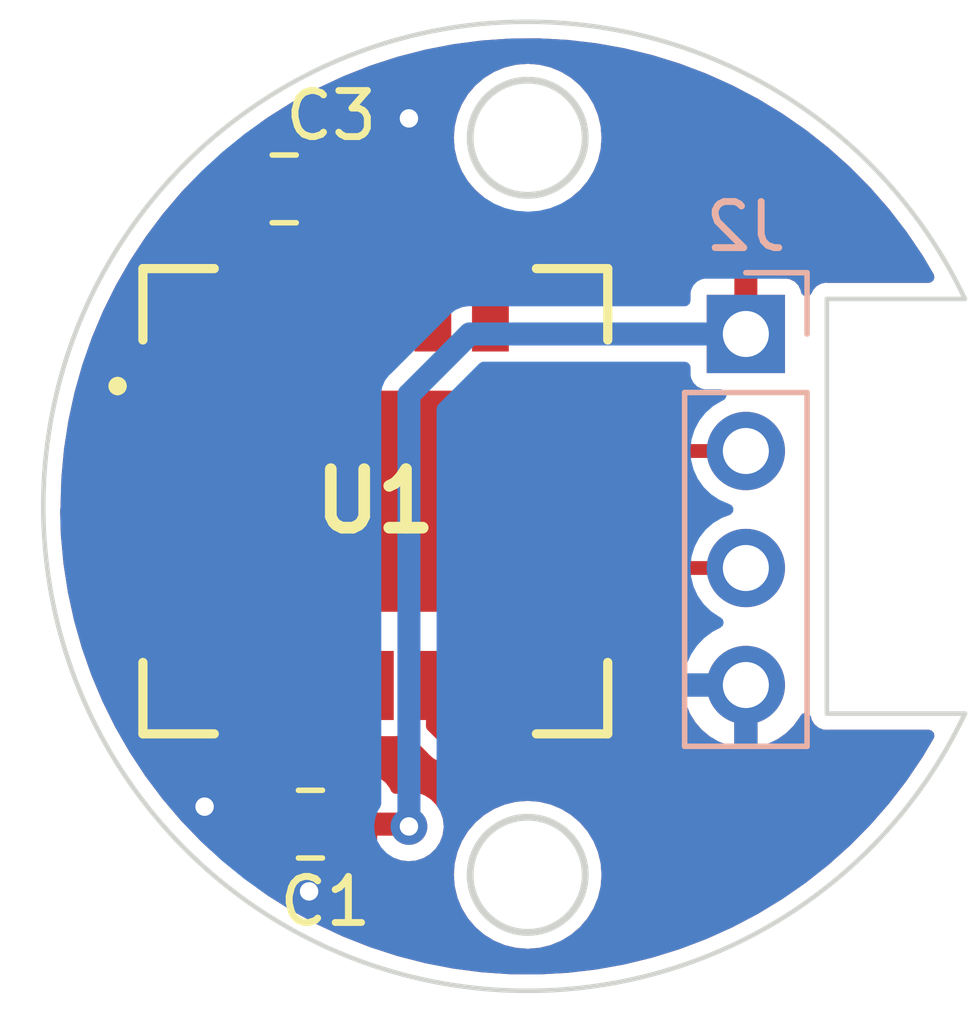
<source format=kicad_pcb>
(kicad_pcb (version 20211014) (generator pcbnew)
  (layers (0 "F.Cu" signal) (31 "B.Cu" signal) (34 "B.Paste" user) (35 "F.Paste" user) (36 "B.SilkS" user "B.Silkscreen") (37 "F.SilkS" user "F.Silkscreen") (38 "B.Mask" user) (39 "F.Mask" user) (44 "Edge.Cuts" user))
  (net 0 "")
  (net 1 "GND")
  (net 2 "+3V3")
  (net 3 "/SDA")
  (net 4 "/SCL")
  (footprint "hack-it-back:SCD40DR2" (layer "F.Cu") (at 137.23 85.83)
    (fp_text reference "U1" (at 0 0) (layer "F.SilkS") (effects (font (size 1.27 1.27) (thickness 0.254))))
    (fp_text value "SCD40-D-R2" hide)
    (fp_line (start -5.6 -2.6) (end -5.6 -2.6) (layer "F.SilkS") (width 0.2))
    (fp_line (start -5.05 -5.05) (end -5.05 -3.5) (layer "F.SilkS") (width 0.2))
    (fp_line (start 5.05 -5.05) (end 5.05 -3.5) (layer "F.SilkS") (width 0.2))
    (fp_line (start -5.05 5.05) (end -5.05 3.5) (layer "F.SilkS") (width 0.2))
    (fp_line (start 3.5 5.05) (end 5.05 5.05) (layer "F.SilkS") (width 0.2))
    (fp_line (start -5.6 -2.4) (end -5.6 -2.4) (layer "F.SilkS") (width 0.2))
    (fp_line (start -3.5 5.05) (end -5.05 5.05) (layer "F.SilkS") (width 0.2))
    (fp_line (start 5.05 5.05) (end 5.05 3.5) (layer "F.SilkS") (width 0.2))
    (fp_line (start -3.5 -5.05) (end -5.05 -5.05) (layer "F.SilkS") (width 0.2))
    (fp_line (start 3.5 -5.05) (end 5.05 -5.05) (layer "F.SilkS") (width 0.2))
    (fp_arc (start -5.6 -2.6) (mid -5.5 -2.5) (end -5.6 -2.4) (layer "F.SilkS") (width 0.2))
    (fp_arc (start -5.6 -2.4) (mid -5.7 -2.5) (end -5.6 -2.6) (layer "F.SilkS") (width 0.2))
    (pad "1" smd rect (at -4 -2.5 90) (size 0.8 1.5) (layers "F.Cu" "F.Paste" "F.Mask"))
    (pad "2" smd rect (at -4 -1.25 90) (size 0.8 1.5) (layers "F.Cu" "F.Paste" "F.Mask"))
    (pad "3" smd rect (at -4 0 90) (size 0.8 1.5) (layers "F.Cu" "F.Paste" "F.Mask"))
    (pad "4" smd rect (at -4 1.25 90) (size 0.8 1.5) (layers "F.Cu" "F.Paste" "F.Mask"))
    (pad "5" smd rect (at -4 2.5 90) (size 0.8 1.5) (layers "F.Cu" "F.Paste" "F.Mask"))
    (pad "6" smd rect (at -2.5 4) (size 0.8 1.5) (layers "F.Cu" "F.Paste" "F.Mask") (net 1 "GND"))
    (pad "7" smd rect (at -1.25 4) (size 0.8 1.5) (layers "F.Cu" "F.Paste" "F.Mask") (net 2 "+3V3"))
    (pad "8" smd rect (at 0 4) (size 0.8 1.5) (layers "F.Cu" "F.Paste" "F.Mask"))
    (pad "9" smd rect (at 1.25 4) (size 0.8 1.5) (layers "F.Cu" "F.Paste" "F.Mask") (net 4 "/SCL"))
    (pad "10" smd rect (at 2.5 4) (size 0.8 1.5) (layers "F.Cu" "F.Paste" "F.Mask") (net 3 "/SDA"))
    (pad "11" smd rect (at 4 2.5 90) (size 0.8 1.5) (layers "F.Cu" "F.Paste" "F.Mask"))
    (pad "12" smd rect (at 4 1.25 90) (size 0.8 1.5) (layers "F.Cu" "F.Paste" "F.Mask"))
    (pad "13" smd rect (at 4 0 90) (size 0.8 1.5) (layers "F.Cu" "F.Paste" "F.Mask"))
    (pad "14" smd rect (at 4 -1.25 90) (size 0.8 1.5) (layers "F.Cu" "F.Paste" "F.Mask"))
    (pad "15" smd rect (at 4 -2.5 90) (size 0.8 1.5) (layers "F.Cu" "F.Paste" "F.Mask"))
    (pad "16" smd rect (at 2.5 -4) (size 0.8 1.5) (layers "F.Cu" "F.Paste" "F.Mask"))
    (pad "17" smd rect (at 1.25 -4) (size 0.8 1.5) (layers "F.Cu" "F.Paste" "F.Mask"))
    (pad "18" smd rect (at 0 -4) (size 0.8 1.5) (layers "F.Cu" "F.Paste" "F.Mask"))
    (pad "19" smd rect (at -1.25 -4) (size 0.8 1.5) (layers "F.Cu" "F.Paste" "F.Mask") (net 2 "+3V3"))
    (pad "20" smd rect (at -2.5 -4) (size 0.8 1.5) (layers "F.Cu" "F.Paste" "F.Mask") (net 1 "GND"))
    (pad "21" smd rect (at 0 0) (size 4.8 4.8) (layers "F.Cu" "F.Paste" "F.Mask") (net 1 "GND"))
  )
  (footprint "Capacitor_SMD:C_0805_2012Metric" (layer "F.Cu") (at 135.25 79.05 180)
    (fp_text reference "C3" (at -1.02 1.59) (layer "F.SilkS"))
    (fp_text value "10uF")
    (fp_line (start -0.261252 0.735) (end 0.261252 0.735) (layer "F.SilkS") (width 0.12))
    (fp_line (start -0.261252 -0.735) (end 0.261252 -0.735) (layer "F.SilkS") (width 0.12))
    (pad "1" smd roundrect locked (at -0.95 0 180) (size 1 1.45) (layers "F.Cu" "F.Paste" "F.Mask") (net 2 "+3V3"))
    (pad "2" smd roundrect locked (at 0.95 0 180) (size 1 1.45) (layers "F.Cu" "F.Paste" "F.Mask") (net 1 "GND"))
  )
  (footprint "Capacitor_SMD:C_0805_2012Metric" (layer "F.Cu") (at 135.82 92.84 180)
    (fp_text reference "C1" (at -0.324 -1.68) (layer "F.SilkS"))
    (fp_text value "10uF")
    (fp_line (start -0.261252 0.735) (end 0.261252 0.735) (layer "F.SilkS") (width 0.12))
    (fp_line (start -0.261252 -0.735) (end 0.261252 -0.735) (layer "F.SilkS") (width 0.12))
    (pad "1" smd roundrect locked (at -0.95 0 180) (size 1 1.45) (layers "F.Cu" "F.Paste" "F.Mask") (net 2 "+3V3"))
    (pad "2" smd roundrect locked (at 0.95 0 180) (size 1 1.45) (layers "F.Cu" "F.Paste" "F.Mask") (net 1 "GND"))
  )
  (footprint "Connector_PinHeader_2.54mm:PinHeader_1x04_P2.54mm_Vertical" (layer "B.Cu") (at 145.28 82.2 180)
    (fp_text reference "J2" (at 0 2.33) (layer "B.SilkS") (effects (justify mirror)))
    (fp_text value "I2C")
    (fp_line (start -1.33 1.33) (end 0 1.33) (layer "B.SilkS") (width 0.12))
    (fp_line (start -1.33 -8.95) (end 1.33 -8.95) (layer "B.SilkS") (width 0.12))
    (fp_line (start -1.33 -1.27) (end 1.33 -1.27) (layer "B.SilkS") (width 0.12))
    (fp_line (start -1.33 -1.27) (end -1.33 -8.95) (layer "B.SilkS") (width 0.12))
    (fp_line (start 1.33 -1.27) (end 1.33 -8.95) (layer "B.SilkS") (width 0.12))
    (fp_line (start -1.33 0) (end -1.33 1.33) (layer "B.SilkS") (width 0.12))
    (pad "1" thru_hole rect locked (at 0 0 180) (size 1.7 1.7) (drill 1) (layers *.Cu *.Mask) (net 2 "+3V3"))
    (pad "2" thru_hole oval locked (at 0 -2.54 180) (size 1.7 1.7) (drill 1) (layers *.Cu *.Mask) (net 3 "/SDA"))
    (pad "3" thru_hole oval locked (at 0 -5.08 180) (size 1.7 1.7) (drill 1) (layers *.Cu *.Mask) (net 4 "/SCL"))
    (pad "4" thru_hole oval locked (at 0 -7.62 180) (size 1.7 1.7) (drill 1) (layers *.Cu *.Mask) (net 1 "GND"))
  )
  (gr_circle (center 140.54 77.94) (end 141.79 77.94) (layer "Edge.Cuts") (width 0.15) (fill none))
  (gr_line (start 147.04 81.44) (end 150.04 81.44) (layer "Edge.Cuts") (width 0.1))
  (gr_line (start 147.04 81.44) (end 147.04 90.44) (layer "Edge.Cuts") (width 0.1))
  (gr_circle (center 140.54 93.94) (end 141.79 93.94) (layer "Edge.Cuts") (width 0.15) (fill none))
  (gr_line (start 147.04 90.44) (end 150.04 90.44) (layer "Edge.Cuts") (width 0.1))
  (gr_arc (start 150.04 90.44) (mid 130.015128 85.94) (end 150.04 81.44) (layer "Edge.Cuts") (width 0.1))
  (segment (start 134.87 93.38) (end 135.79 94.3) (width 0.3) (layer "F.Cu") (net 1))
  (segment (start 138.43 95.19) (end 138.73 95.49) (width 0.3) (layer "F.Cu") (net 1))
  (segment (start 137.77 94.78) (end 138.02 94.78) (width 0.3) (layer "F.Cu") (net 1))
  (segment (start 134.73 92.7) (end 134.73 89.83) (width 0.3) (layer "F.Cu") (net 1))
  (segment (start 134.87 92.84) (end 133.9 92.84) (width 0.3) (layer "F.Cu") (net 1))
  (segment (start 138.02 94.78) (end 138.43 95.19) (width 0.3) (layer "F.Cu") (net 1))
  (segment (start 134.73 88.33) (end 134.73 89.83) (width 0.3) (layer "F.Cu") (net 1))
  (segment (start 133.9 92.84) (end 133.52 92.46) (width 0.3) (layer "F.Cu") (net 1))
  (segment (start 138.94 95.49) (end 139.21 95.49) (width 0.3) (layer "F.Cu") (net 1))
  (segment (start 136.72 94.77) (end 136.73 94.78) (width 0.3) (layer "F.Cu") (net 1))
  (segment (start 134.73 83.33) (end 134.73 81.83) (width 0.3) (layer "F.Cu") (net 1))
  (segment (start 134.3 80.03) (end 134.73 80.46) (width 0.5) (layer "F.Cu") (net 1))
  (segment (start 135.79 94.3) (end 136.25 94.3) (width 0.3) (layer "F.Cu") (net 1))
  (segment (start 137.87 77.61) (end 137.96 77.52) (width 0.3) (layer "F.Cu") (net 1))
  (segment (start 136.73 94.78) (end 137.77 94.78) (width 0.3) (layer "F.Cu") (net 1))
  (segment (start 134.87 92.84) (end 134.73 92.7) (width 0.3) (layer "F.Cu") (net 1))
  (segment (start 136.25 94.3) (end 136.72 94.77) (width 0.3) (layer "F.Cu") (net 1))
  (segment (start 137.23 85.83) (end 134.73 83.33) (width 0.3) (layer "F.Cu") (net 1))
  (segment (start 135.77 77.61) (end 137.87 77.61) (width 0.3) (layer "F.Cu") (net 1))
  (segment (start 138.73 95.49) (end 138.94 95.49) (width 0.3) (layer "F.Cu") (net 1))
  (segment (start 137.23 85.83) (end 134.73 88.33) (width 0.3) (layer "F.Cu") (net 1))
  (segment (start 142.18 95.07) (end 144.37 92.88) (width 0.3) (layer "F.Cu") (net 1))
  (segment (start 141.07 95.74) (end 141.51 95.74) (width 0.3) (layer "F.Cu") (net 1))
  (segment (start 134.3 79.05) (end 134.63 78.72) (width 0.3) (layer "F.Cu") (net 1))
  (segment (start 134.87 92.84) (end 134.87 93.38) (width 0.3) (layer "F.Cu") (net 1))
  (segment (start 134.73 80.46) (end 134.73 81.83) (width 0.5) (layer "F.Cu") (net 1))
  (segment (start 139.21 95.49) (end 139.33 95.61) (width 0.3) (layer "F.Cu") (net 1))
  (segment (start 134.63 78.72) (end 134.63 78.28) (width 0.3) (layer "F.Cu") (net 1))
  (segment (start 139.33 95.61) (end 139.46 95.74) (width 0.3) (layer "F.Cu") (net 1))
  (segment (start 134.3 79.05) (end 134.3 80.03) (width 0.5) (layer "F.Cu") (net 1))
  (segment (start 141.51 95.74) (end 142.18 95.07) (width 0.3) (layer "F.Cu") (net 1))
  (segment (start 134.63 78.28) (end 135.3 77.61) (width 0.3) (layer "F.Cu") (net 1))
  (segment (start 144.37 92.88) (end 144.4 92.88) (width 0.3) (layer "F.Cu") (net 1))
  (segment (start 135.3 77.61) (end 135.77 77.61) (width 0.3) (layer "F.Cu") (net 1))
  (segment (start 139.46 95.74) (end 141.07 95.74) (width 0.3) (layer "F.Cu") (net 1))
  (via (at 135.79 94.3) (size 0.8) (drill 0.4) (layers "F.Cu" "B.Cu") (net 1))
  (via (at 137.96 77.52) (size 0.8) (drill 0.4) (layers "F.Cu" "B.Cu") (net 1))
  (via (at 133.52 92.46) (size 0.8) (drill 0.4) (layers "F.Cu" "B.Cu") (net 1))
  (segment (start 145.28 80.6) (end 144.73 80.05) (width 0.5) (layer "F.Cu") (net 2))
  (segment (start 135.98 80.43) (end 135.98 81.83) (width 0.5) (layer "F.Cu") (net 2))
  (segment (start 136.77 92.84) (end 137.91 92.84) (width 0.5) (layer "F.Cu") (net 2))
  (segment (start 135.98 92.05) (end 135.98 89.83) (width 0.5) (layer "F.Cu") (net 2))
  (segment (start 136.77 92.84) (end 135.98 92.05) (width 0.5) (layer "F.Cu") (net 2))
  (segment (start 137.91 92.84) (end 137.96 92.89) (width 0.5) (layer "F.Cu") (net 2))
  (segment (start 136.2 80.21) (end 135.98 80.43) (width 0.5) (layer "F.Cu") (net 2))
  (segment (start 138.34 80.05) (end 137.34 79.05) (width 0.5) (layer "F.Cu") (net 2))
  (segment (start 137.34 79.05) (end 136.2 79.05) (width 0.5) (layer "F.Cu") (net 2))
  (segment (start 144.73 80.05) (end 138.34 80.05) (width 0.5) (layer "F.Cu") (net 2))
  (segment (start 145.28 82.2) (end 145.28 80.6) (width 0.5) (layer "F.Cu") (net 2))
  (segment (start 136.2 79.05) (end 136.2 80.21) (width 0.5) (layer "F.Cu") (net 2))
  (via (at 137.96 92.89) (size 0.8) (drill 0.4) (layers "F.Cu" "B.Cu") (net 2))
  (segment (start 139.28 82.2) (end 145.28 82.2) (width 0.5) (layer "B.Cu") (net 2))
  (segment (start 137.96 83.52) (end 139.28 82.2) (width 0.5) (layer "B.Cu") (net 2))
  (segment (start 137.96 84.55) (end 137.96 83.52) (width 0.5) (layer "B.Cu") (net 2))
  (segment (start 137.96 92.89) (end 137.96 84.55) (width 0.5) (layer "B.Cu") (net 2))
  (segment (start 142.6 89.35) (end 142.6 85.33) (width 0.3) (layer "F.Cu") (net 3))
  (segment (start 142.12 89.83) (end 142.6 89.35) (width 0.3) (layer "F.Cu") (net 3))
  (segment (start 143.25 84.74) (end 145.28 84.74) (width 0.3) (layer "F.Cu") (net 3))
  (segment (start 143.22 84.71) (end 143.25 84.74) (width 0.3) (layer "F.Cu") (net 3))
  (segment (start 139.73 89.83) (end 142.12 89.83) (width 0.3) (layer "F.Cu") (net 3))
  (segment (start 142.6 85.33) (end 143.22 84.71) (width 0.3) (layer "F.Cu") (net 3))
  (segment (start 138.77 90.99) (end 138.48 90.7) (width 0.3) (layer "F.Cu") (net 4))
  (segment (start 143.84 87.28) (end 143.22 87.9) (width 0.3) (layer "F.Cu") (net 4))
  (segment (start 145.28 87.28) (end 143.84 87.28) (width 0.3) (layer "F.Cu") (net 4))
  (segment (start 143.22 87.9) (end 143.22 90) (width 0.3) (layer "F.Cu") (net 4))
  (segment (start 138.48 90.7) (end 138.48 89.83) (width 0.3) (layer "F.Cu") (net 4))
  (segment (start 143.22 90) (end 142.23 90.99) (width 0.3) (layer "F.Cu") (net 4))
  (segment (start 142.23 90.99) (end 138.77 90.99) (width 0.3) (layer "F.Cu") (net 4))
  (zone (net 1) (net_name "GND") (layers F&B.Cu) (connect_pads (clearance 0.35)) (min_thickness 0.254) (fill yes (thermal_gap 0.508) (thermal_bridge_width 0.508))
    (polygon (pts (xy 150.275 97.175) (xy 129.2 97.175) (xy 129.475 96.9) (xy 129.475 96.475) (xy 129.075 96.475) (xy 129.075 74.95) (xy 150.275 74.95)))
  )
)
</source>
